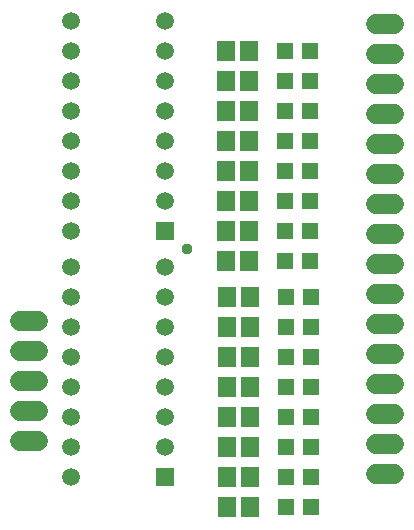
<source format=gbr>
G04 EAGLE Gerber RS-274X export*
G75*
%MOMM*%
%FSLAX34Y34*%
%LPD*%
%INSoldermask Top*%
%IPPOS*%
%AMOC8*
5,1,8,0,0,1.08239X$1,22.5*%
G01*
%ADD10C,1.727200*%
%ADD11R,1.403200X1.403200*%
%ADD12R,1.503200X1.703200*%
%ADD13R,1.491200X1.491200*%
%ADD14C,1.491200*%
%ADD15C,0.959600*%


D10*
X54356Y520319D02*
X69596Y520319D01*
X69596Y494919D02*
X54356Y494919D01*
X54356Y469519D02*
X69596Y469519D01*
X69596Y444119D02*
X54356Y444119D01*
X54356Y418719D02*
X69596Y418719D01*
X355473Y390271D02*
X370713Y390271D01*
X370713Y415671D02*
X355473Y415671D01*
X355473Y441071D02*
X370713Y441071D01*
X370713Y466471D02*
X355473Y466471D01*
X355473Y491871D02*
X370713Y491871D01*
X370713Y517271D02*
X355473Y517271D01*
X355473Y542671D02*
X370713Y542671D01*
X370713Y568071D02*
X355473Y568071D01*
X355473Y593471D02*
X370713Y593471D01*
X370713Y618871D02*
X355473Y618871D01*
X355473Y644271D02*
X370713Y644271D01*
X370713Y669671D02*
X355473Y669671D01*
X355473Y695071D02*
X370713Y695071D01*
X370713Y720471D02*
X355473Y720471D01*
X355473Y745871D02*
X370713Y745871D01*
X370713Y771271D02*
X355473Y771271D01*
D11*
X300441Y362204D03*
X279441Y362204D03*
X299933Y595884D03*
X278933Y595884D03*
X299933Y621284D03*
X278933Y621284D03*
X299933Y646684D03*
X278933Y646684D03*
X299933Y672084D03*
X278933Y672084D03*
X299933Y697484D03*
X278933Y697484D03*
X299933Y722884D03*
X278933Y722884D03*
X299933Y748284D03*
X278933Y748284D03*
X300441Y387604D03*
X279441Y387604D03*
X300441Y413004D03*
X279441Y413004D03*
X300441Y438404D03*
X279441Y438404D03*
X300441Y463804D03*
X279441Y463804D03*
X300441Y489204D03*
X279441Y489204D03*
X300441Y514604D03*
X279441Y514604D03*
X300441Y540004D03*
X279441Y540004D03*
X299933Y570484D03*
X278933Y570484D03*
D12*
X229641Y362204D03*
X248641Y362204D03*
X229133Y595884D03*
X248133Y595884D03*
X229133Y621284D03*
X248133Y621284D03*
X229133Y646684D03*
X248133Y646684D03*
X229133Y672084D03*
X248133Y672084D03*
X229133Y697484D03*
X248133Y697484D03*
X229133Y722884D03*
X248133Y722884D03*
X229133Y748284D03*
X248133Y748284D03*
X229641Y387604D03*
X248641Y387604D03*
X229641Y413004D03*
X248641Y413004D03*
X229641Y438404D03*
X248641Y438404D03*
X229641Y463804D03*
X248641Y463804D03*
X229641Y489204D03*
X248641Y489204D03*
X229133Y570484D03*
X248133Y570484D03*
X229641Y514604D03*
X248641Y514604D03*
X229641Y540004D03*
X248641Y540004D03*
D13*
X177241Y387604D03*
D14*
X177241Y413004D03*
X177241Y438404D03*
X177241Y463804D03*
X177241Y489204D03*
X177241Y514604D03*
X177241Y540004D03*
X177241Y565404D03*
X97841Y565404D03*
X97841Y540004D03*
X97841Y514604D03*
X97841Y489204D03*
X97841Y463804D03*
X97841Y438404D03*
X97841Y413004D03*
X97841Y387604D03*
D13*
X176733Y595884D03*
D14*
X176733Y621284D03*
X176733Y646684D03*
X176733Y672084D03*
X176733Y697484D03*
X176733Y722884D03*
X176733Y748284D03*
X176733Y773684D03*
X97333Y773684D03*
X97333Y748284D03*
X97333Y722884D03*
X97333Y697484D03*
X97333Y672084D03*
X97333Y646684D03*
X97333Y621284D03*
X97333Y595884D03*
D15*
X195707Y580644D03*
M02*

</source>
